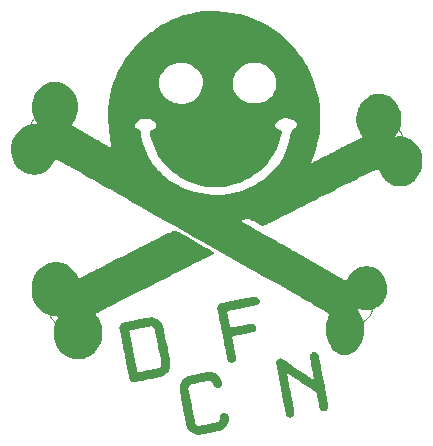
<source format=gbr>
%TF.GenerationSoftware,KiCad,Pcbnew,(6.0.5)*%
%TF.CreationDate,2022-07-12T12:17:59-06:00*%
%TF.ProjectId,jack,6a61636b-2e6b-4696-9361-645f70636258,rev?*%
%TF.SameCoordinates,PX7dfd6b0PY631d890*%
%TF.FileFunction,Legend,Top*%
%TF.FilePolarity,Positive*%
%FSLAX46Y46*%
G04 Gerber Fmt 4.6, Leading zero omitted, Abs format (unit mm)*
G04 Created by KiCad (PCBNEW (6.0.5)) date 2022-07-12 12:17:59*
%MOMM*%
%LPD*%
G01*
G04 APERTURE LIST*
%ADD10C,0.120000*%
G04 APERTURE END LIST*
D10*
%TO.C,D4*%
X26560251Y11461883D02*
G75*
G03*
X27754623Y13167339I-287383J1472213D01*
G01*
X25985254Y14406264D02*
G75*
G03*
X24791150Y12700621I287614J-1472168D01*
G01*
%TO.C,D2*%
X27391712Y27195828D02*
G75*
G03*
X28432899Y25392766I1455788J-361498D01*
G01*
X30303230Y26472603D02*
G75*
G03*
X29262327Y28275828I-1455730J361727D01*
G01*
%TO.C,D3*%
X347902Y13036065D02*
G75*
G03*
X1389089Y11233003I1455788J-361498D01*
G01*
X3259420Y12312840D02*
G75*
G03*
X2218517Y14116065I-1455730J361727D01*
G01*
%TO.C,D1*%
X607101Y26352766D02*
G75*
G03*
X1648288Y28155828I-414601J1441564D01*
G01*
X-222327Y29235829D02*
G75*
G03*
X-1263231Y27432603I414827J-1441499D01*
G01*
%TO.C,G\u002A\u002A\u002A*%
G36*
X11045361Y19279788D02*
G01*
X11142514Y19257548D01*
X11180641Y19241176D01*
X11251358Y19205867D01*
X11350551Y19153852D01*
X11474109Y19087363D01*
X11617920Y19008631D01*
X11777872Y18919888D01*
X11949853Y18823367D01*
X12115063Y18729674D01*
X12325625Y18609761D01*
X12553800Y18479982D01*
X12790890Y18345275D01*
X13028197Y18210575D01*
X13257023Y18080820D01*
X13468670Y17960946D01*
X13654439Y17855889D01*
X13696587Y17832085D01*
X13854304Y17742648D01*
X13999908Y17659324D01*
X14129379Y17584471D01*
X14238698Y17520447D01*
X14323844Y17469610D01*
X14380798Y17434318D01*
X14405538Y17416928D01*
X14406262Y17415867D01*
X14387799Y17405538D01*
X14333386Y17377094D01*
X14244911Y17331489D01*
X14124258Y17269676D01*
X13973316Y17192607D01*
X13793969Y17101236D01*
X13588104Y16996516D01*
X13357607Y16879401D01*
X13104364Y16750843D01*
X12830262Y16611795D01*
X12537187Y16463212D01*
X12227026Y16306045D01*
X11901663Y16141248D01*
X11562986Y15969774D01*
X11212881Y15792577D01*
X10853233Y15610609D01*
X10485930Y15424824D01*
X10112858Y15236175D01*
X9735902Y15045615D01*
X9356949Y14854097D01*
X8977885Y14662574D01*
X8600597Y14472000D01*
X8226970Y14283327D01*
X7858891Y14097509D01*
X7498246Y13915499D01*
X7146921Y13738251D01*
X6806803Y13566716D01*
X6479778Y13401849D01*
X6167731Y13244603D01*
X5872550Y13095930D01*
X5596120Y12956784D01*
X5340328Y12828118D01*
X5107059Y12710886D01*
X4898201Y12606039D01*
X4715639Y12514533D01*
X4561260Y12437319D01*
X4436949Y12375351D01*
X4344594Y12329581D01*
X4286079Y12300965D01*
X4263770Y12290610D01*
X4267982Y12272074D01*
X4293723Y12226997D01*
X4336642Y12162387D01*
X4385836Y12094034D01*
X4526677Y11882340D01*
X4649027Y11654256D01*
X4746051Y11423573D01*
X4794994Y11268840D01*
X4815551Y11188926D01*
X4830486Y11119241D01*
X4840683Y11050382D01*
X4847028Y10972948D01*
X4850408Y10877535D01*
X4851706Y10754741D01*
X4851855Y10665087D01*
X4851361Y10521354D01*
X4849298Y10410642D01*
X4844796Y10323607D01*
X4836986Y10250909D01*
X4824996Y10183205D01*
X4807956Y10111152D01*
X4796054Y10066051D01*
X4700967Y9783876D01*
X4573961Y9519085D01*
X4418229Y9274988D01*
X4236965Y9054900D01*
X4033362Y8862133D01*
X3810614Y8700000D01*
X3571915Y8571815D01*
X3320457Y8480889D01*
X3250996Y8463205D01*
X3137037Y8441332D01*
X3008135Y8423835D01*
X2877693Y8411884D01*
X2759116Y8406649D01*
X2665809Y8409301D01*
X2651451Y8410869D01*
X2389877Y8454582D01*
X2158919Y8516000D01*
X1949166Y8598936D01*
X1751208Y8707202D01*
X1555633Y8844613D01*
X1528562Y8865873D01*
X1348105Y9033298D01*
X1182024Y9234800D01*
X1034328Y9463375D01*
X909030Y9712017D01*
X810138Y9973723D01*
X742041Y10239546D01*
X723771Y10372388D01*
X713650Y10531113D01*
X711631Y10701159D01*
X717667Y10867967D01*
X731712Y11016979D01*
X744793Y11095855D01*
X813342Y11353680D01*
X911426Y11615823D01*
X1011422Y11825450D01*
X1054315Y11906998D01*
X1088630Y11973462D01*
X1110226Y12016746D01*
X1115588Y12029137D01*
X1095768Y12032771D01*
X1041705Y12037434D01*
X961492Y12042543D01*
X863226Y12047515D01*
X856080Y12047834D01*
X593689Y12073321D01*
X355336Y12127321D01*
X131089Y12213018D01*
X-88979Y12333600D01*
X-142504Y12368236D01*
X-373827Y12547111D01*
X-581312Y12758475D01*
X-761463Y12997649D01*
X-910781Y13259955D01*
X-1025769Y13540713D01*
X-1031077Y13556747D01*
X-1098288Y13814270D01*
X-1138657Y14087195D01*
X-1152178Y14365879D01*
X-1138844Y14640676D01*
X-1098648Y14901939D01*
X-1032164Y15138413D01*
X-906012Y15435495D01*
X-751902Y15704411D01*
X-571568Y15943473D01*
X-366742Y16150992D01*
X-139157Y16325281D01*
X109454Y16464650D01*
X377358Y16567412D01*
X457807Y16589969D01*
X542280Y16610679D01*
X614331Y16624642D01*
X685316Y16632784D01*
X766593Y16636034D01*
X869518Y16635319D01*
X977890Y16632428D01*
X1158886Y16623317D01*
X1310241Y16606355D01*
X1444391Y16578634D01*
X1573775Y16537243D01*
X1710830Y16479274D01*
X1785228Y16443604D01*
X2007427Y16314189D01*
X2210874Y16153540D01*
X2398238Y15958958D01*
X2572189Y15727744D01*
X2703073Y15515312D01*
X2753838Y15427505D01*
X2797570Y15354933D01*
X2829918Y15304597D01*
X2846532Y15283504D01*
X2847227Y15283269D01*
X2867425Y15292619D01*
X2923196Y15319912D01*
X3012283Y15364013D01*
X3132429Y15423788D01*
X3281376Y15498101D01*
X3456867Y15585818D01*
X3656645Y15685805D01*
X3878452Y15796926D01*
X4120032Y15918047D01*
X4379127Y16048032D01*
X4653479Y16185748D01*
X4940832Y16330059D01*
X5238928Y16479830D01*
X5545510Y16633928D01*
X5858321Y16791216D01*
X6175104Y16950560D01*
X6493600Y17110826D01*
X6811554Y17270879D01*
X7126707Y17429583D01*
X7436803Y17585804D01*
X7739583Y17738408D01*
X8032792Y17886259D01*
X8314171Y18028223D01*
X8581464Y18163166D01*
X8832412Y18289951D01*
X9064760Y18407444D01*
X9276249Y18514512D01*
X9457834Y18606573D01*
X9671716Y18714751D01*
X9876963Y18817883D01*
X10070040Y18914234D01*
X10247412Y19002074D01*
X10405546Y19079670D01*
X10540905Y19145290D01*
X10649957Y19197201D01*
X10729165Y19233671D01*
X10774996Y19252967D01*
X10780403Y19254782D01*
X10917885Y19283063D01*
X11045361Y19279788D01*
G37*
G36*
X22888846Y9015215D02*
G01*
X22999989Y8963208D01*
X23089586Y8883176D01*
X23135140Y8811731D01*
X23145965Y8776657D01*
X23163642Y8704227D01*
X23187271Y8598736D01*
X23215952Y8464482D01*
X23248786Y8305762D01*
X23284874Y8126872D01*
X23323316Y7932110D01*
X23363213Y7725773D01*
X23371302Y7683420D01*
X23454130Y7248799D01*
X23529358Y6853834D01*
X23597318Y6496563D01*
X23658341Y6175021D01*
X23712759Y5887246D01*
X23760905Y5631275D01*
X23803109Y5405144D01*
X23839703Y5206889D01*
X23871020Y5034549D01*
X23897391Y4886159D01*
X23919147Y4759756D01*
X23936621Y4653378D01*
X23950144Y4565060D01*
X23960048Y4492840D01*
X23966665Y4434754D01*
X23970327Y4388840D01*
X23971365Y4353134D01*
X23970111Y4325672D01*
X23966897Y4304492D01*
X23962054Y4287630D01*
X23955915Y4273123D01*
X23949697Y4260734D01*
X23899767Y4188246D01*
X23830874Y4117329D01*
X23760712Y4066059D01*
X23757382Y4064280D01*
X23662629Y4036566D01*
X23555074Y4038896D01*
X23448065Y4067979D01*
X23354955Y4120525D01*
X23299545Y4177104D01*
X23282999Y4202055D01*
X23268240Y4229956D01*
X23254143Y4265433D01*
X23239585Y4313110D01*
X23223441Y4377615D01*
X23204587Y4463572D01*
X23181898Y4575608D01*
X23154250Y4718347D01*
X23120520Y4896417D01*
X23106188Y4972630D01*
X23077275Y5124014D01*
X23049813Y5263033D01*
X23025029Y5383843D01*
X23004150Y5480601D01*
X22988402Y5547465D01*
X22979013Y5578592D01*
X22978914Y5578780D01*
X22956726Y5599750D01*
X22903618Y5640924D01*
X22824017Y5699140D01*
X22722348Y5771240D01*
X22603038Y5854065D01*
X22470514Y5944455D01*
X22401340Y5991056D01*
X22244988Y6096205D01*
X22062950Y6219045D01*
X21864478Y6353305D01*
X21658828Y6492715D01*
X21455254Y6631004D01*
X21263011Y6761900D01*
X21166547Y6827728D01*
X21016223Y6930185D01*
X20877167Y7024536D01*
X20753178Y7108236D01*
X20648055Y7178738D01*
X20565596Y7233498D01*
X20509601Y7269969D01*
X20483869Y7285607D01*
X20482630Y7285989D01*
X20485446Y7264757D01*
X20495759Y7204585D01*
X20513067Y7108137D01*
X20536870Y6978080D01*
X20566666Y6817079D01*
X20601955Y6627800D01*
X20642236Y6412910D01*
X20687007Y6175073D01*
X20735768Y5916955D01*
X20788019Y5641224D01*
X20843257Y5350543D01*
X20900982Y5047580D01*
X20960694Y4735000D01*
X21021891Y4415469D01*
X21027938Y4383936D01*
X21059716Y4215939D01*
X21083279Y4083547D01*
X21099023Y3980882D01*
X21107345Y3902066D01*
X21108640Y3841219D01*
X21103302Y3792462D01*
X21091728Y3749917D01*
X21074314Y3707704D01*
X21073547Y3706038D01*
X21006727Y3603794D01*
X20918280Y3530657D01*
X20815889Y3489632D01*
X20707241Y3483724D01*
X20600020Y3515940D01*
X20594570Y3518744D01*
X20507388Y3576990D01*
X20436411Y3647593D01*
X20395897Y3713823D01*
X20386420Y3748811D01*
X20370578Y3819511D01*
X20349588Y3919950D01*
X20324671Y4044155D01*
X20297044Y4186154D01*
X20267926Y4339973D01*
X20265653Y4352160D01*
X20243202Y4472198D01*
X20213780Y4628800D01*
X20178345Y4816908D01*
X20137853Y5031465D01*
X20093259Y5267414D01*
X20045520Y5519698D01*
X19995591Y5783258D01*
X19944430Y6053039D01*
X19892992Y6323983D01*
X19862113Y6486488D01*
X19814296Y6739194D01*
X19768884Y6981457D01*
X19726502Y7209803D01*
X19687774Y7420760D01*
X19653325Y7610854D01*
X19623780Y7776611D01*
X19599764Y7914559D01*
X19581901Y8021223D01*
X19570816Y8093131D01*
X19567131Y8126411D01*
X19586796Y8239286D01*
X19641443Y8337521D01*
X19724547Y8414986D01*
X19829586Y8465552D01*
X19946746Y8483102D01*
X19979008Y8482333D01*
X20009468Y8478345D01*
X20042632Y8468616D01*
X20083004Y8450628D01*
X20135092Y8421858D01*
X20203399Y8379787D01*
X20292432Y8321893D01*
X20406697Y8245655D01*
X20550699Y8148554D01*
X20579392Y8129161D01*
X20900605Y7912039D01*
X21188545Y7717456D01*
X21445038Y7544218D01*
X21671909Y7391133D01*
X21870985Y7257008D01*
X22044091Y7140651D01*
X22193053Y7040869D01*
X22319698Y6956469D01*
X22425849Y6886258D01*
X22513335Y6829045D01*
X22583980Y6783635D01*
X22639611Y6748838D01*
X22682052Y6723459D01*
X22713131Y6706306D01*
X22734673Y6696186D01*
X22748503Y6691908D01*
X22756448Y6692277D01*
X22760333Y6696102D01*
X22761985Y6702190D01*
X22762169Y6703326D01*
X22759750Y6732658D01*
X22750084Y6799127D01*
X22733945Y6898267D01*
X22712109Y7025614D01*
X22685351Y7176701D01*
X22654446Y7347063D01*
X22620169Y7532236D01*
X22595789Y7661902D01*
X22550264Y7904074D01*
X22512712Y8108466D01*
X22482808Y8278847D01*
X22460223Y8418984D01*
X22444629Y8532645D01*
X22435700Y8623598D01*
X22433107Y8695611D01*
X22436524Y8752452D01*
X22445622Y8797887D01*
X22460075Y8835687D01*
X22479553Y8869617D01*
X22489540Y8884162D01*
X22551615Y8945692D01*
X22635501Y8996932D01*
X22723205Y9028173D01*
X22765963Y9033311D01*
X22888846Y9015215D01*
G37*
G36*
X5343539Y28998531D02*
G01*
X5362289Y29587133D01*
X5413475Y30159522D01*
X5497092Y30711867D01*
X5598438Y31182101D01*
X5760117Y31746516D01*
X5784051Y31811878D01*
X9639601Y31811878D01*
X9659230Y31561342D01*
X9721210Y31311995D01*
X9825541Y31063826D01*
X9835519Y31044403D01*
X9978053Y30810174D01*
X10145222Y30609537D01*
X10339781Y30439802D01*
X10564488Y30298277D01*
X10637940Y30261040D01*
X10907043Y30151334D01*
X11174377Y30083322D01*
X11443367Y30056649D01*
X11717437Y30070959D01*
X11983144Y30121562D01*
X12258381Y30209289D01*
X12502620Y30325075D01*
X12715315Y30468638D01*
X12806071Y30547357D01*
X12986283Y30738420D01*
X13128286Y30938680D01*
X13236180Y31155112D01*
X13314066Y31394693D01*
X13321195Y31423670D01*
X13351384Y31599677D01*
X13355731Y31666029D01*
X15869223Y31666029D01*
X15872226Y31629661D01*
X15923869Y31375216D01*
X16014349Y31132140D01*
X16140765Y30904520D01*
X16300217Y30696441D01*
X16489802Y30511991D01*
X16706622Y30355254D01*
X16824308Y30288570D01*
X17010823Y30204254D01*
X17208482Y30136585D01*
X17397127Y30092454D01*
X17399122Y30092118D01*
X17536174Y30077302D01*
X17697673Y30072634D01*
X17867032Y30077715D01*
X18027663Y30092145D01*
X18137464Y30109889D01*
X18414317Y30186708D01*
X18667631Y30297143D01*
X18895450Y30439473D01*
X19095817Y30611976D01*
X19266774Y30812932D01*
X19406366Y31040618D01*
X19512636Y31293312D01*
X19524682Y31330392D01*
X19559462Y31480599D01*
X19580003Y31654889D01*
X19585594Y31837194D01*
X19575523Y32011444D01*
X19559498Y32116484D01*
X19486605Y32373064D01*
X19376987Y32611118D01*
X19233148Y32828129D01*
X19057588Y33021582D01*
X18852812Y33188962D01*
X18621320Y33327754D01*
X18365615Y33435442D01*
X18198136Y33484953D01*
X18041949Y33513711D01*
X17862729Y33529705D01*
X17674509Y33532943D01*
X17491319Y33523430D01*
X17327190Y33501173D01*
X17253835Y33484512D01*
X16989872Y33393870D01*
X16746065Y33271208D01*
X16525745Y33119568D01*
X16332243Y32941994D01*
X16168889Y32741530D01*
X16039014Y32521219D01*
X15948158Y32291385D01*
X15920047Y32179126D01*
X15896513Y32046655D01*
X15879142Y31907778D01*
X15869517Y31776301D01*
X15869223Y31666029D01*
X13355731Y31666029D01*
X13363854Y31789997D01*
X13358457Y31978236D01*
X13335048Y32147997D01*
X13327942Y32179312D01*
X13247312Y32422783D01*
X13132076Y32646570D01*
X12985976Y32849003D01*
X12812753Y33028410D01*
X12616152Y33183119D01*
X12399913Y33311460D01*
X12167780Y33411760D01*
X11923495Y33482349D01*
X11670801Y33521555D01*
X11413440Y33527706D01*
X11155154Y33499132D01*
X10899687Y33434161D01*
X10697821Y33353906D01*
X10442784Y33214248D01*
X10221092Y33049341D01*
X10033323Y32859803D01*
X9880054Y32646252D01*
X9761863Y32409305D01*
X9727390Y32316568D01*
X9662321Y32063616D01*
X9639601Y31811878D01*
X5784051Y31811878D01*
X5961180Y32295613D01*
X6201362Y32829008D01*
X6480400Y33346317D01*
X6798029Y33847156D01*
X7153983Y34331143D01*
X7547998Y34797893D01*
X7979810Y35247023D01*
X8449153Y35678149D01*
X8955763Y36090888D01*
X9017339Y36137868D01*
X9428036Y36435077D01*
X9831168Y36697533D01*
X10234821Y36929852D01*
X10647086Y37136651D01*
X11076049Y37322547D01*
X11131338Y37344581D01*
X11673912Y37536097D01*
X12230193Y37687842D01*
X12799142Y37799764D01*
X13379717Y37871813D01*
X13970879Y37903936D01*
X14571586Y37896081D01*
X15180800Y37848198D01*
X15797478Y37760233D01*
X16420581Y37632137D01*
X16506159Y37611515D01*
X17109136Y37443204D01*
X17688250Y37239901D01*
X18243300Y37001760D01*
X18774086Y36728935D01*
X19280409Y36421579D01*
X19762067Y36079846D01*
X20218861Y35703888D01*
X20650591Y35293860D01*
X21057056Y34849915D01*
X21438056Y34372206D01*
X21793391Y33860887D01*
X22122861Y33316112D01*
X22133040Y33298011D01*
X22424835Y32736912D01*
X22675688Y32167041D01*
X22885435Y31589234D01*
X23053914Y31004330D01*
X23180961Y30413167D01*
X23266414Y29816582D01*
X23310109Y29215413D01*
X23311883Y28610499D01*
X23271574Y28002677D01*
X23230091Y27657991D01*
X23147273Y27167073D01*
X23034872Y26660327D01*
X22895881Y26149013D01*
X22733292Y25644395D01*
X22597073Y25275589D01*
X22562497Y25185107D01*
X22535441Y25110269D01*
X22518699Y25059092D01*
X22514900Y25039687D01*
X22534108Y25048286D01*
X22588259Y25074538D01*
X22674475Y25116996D01*
X22789880Y25174212D01*
X22931595Y25244742D01*
X23096746Y25327137D01*
X23282453Y25419952D01*
X23485840Y25521740D01*
X23704031Y25631055D01*
X23934147Y25746449D01*
X24173311Y25866477D01*
X24418648Y25989692D01*
X24667279Y26114646D01*
X24916327Y26239895D01*
X25162916Y26363990D01*
X25404167Y26485486D01*
X25637205Y26602936D01*
X25859152Y26714894D01*
X26067131Y26819912D01*
X26258264Y26916545D01*
X26429675Y27003346D01*
X26578487Y27078867D01*
X26701822Y27141664D01*
X26796803Y27190288D01*
X26860554Y27223294D01*
X26890197Y27239235D01*
X26891946Y27240389D01*
X26884215Y27260113D01*
X26856587Y27306398D01*
X26813918Y27371415D01*
X26781659Y27418239D01*
X26616359Y27689853D01*
X26490382Y27975062D01*
X26404126Y28270729D01*
X26357990Y28573722D01*
X26352370Y28880903D01*
X26387664Y29189139D01*
X26464271Y29495294D01*
X26503756Y29608995D01*
X26619918Y29865669D01*
X26765507Y30098729D01*
X26937083Y30306103D01*
X27131203Y30485723D01*
X27344426Y30635516D01*
X27573310Y30753412D01*
X27814413Y30837341D01*
X28064295Y30885232D01*
X28319513Y30895015D01*
X28576626Y30864620D01*
X28587248Y30862467D01*
X28855664Y30786507D01*
X29103399Y30674095D01*
X29329373Y30526342D01*
X29532507Y30344358D01*
X29711722Y30129253D01*
X29865939Y29882137D01*
X29994077Y29604121D01*
X30089208Y29317681D01*
X30111636Y29233210D01*
X30127523Y29160621D01*
X30137965Y29089366D01*
X30144061Y29008897D01*
X30146906Y28908665D01*
X30147600Y28778121D01*
X30147587Y28756497D01*
X30146526Y28614158D01*
X30143074Y28504194D01*
X30136337Y28416639D01*
X30125425Y28341526D01*
X30109444Y28268889D01*
X30101071Y28236963D01*
X30005897Y27950814D01*
X29880663Y27676725D01*
X29731089Y27426936D01*
X29705375Y27390176D01*
X29665536Y27332486D01*
X29638116Y27289000D01*
X29629683Y27271210D01*
X29648138Y27266851D01*
X29694667Y27271190D01*
X29719716Y27275516D01*
X29833245Y27289550D01*
X29973356Y27295090D01*
X30125221Y27292597D01*
X30274010Y27282535D01*
X30404897Y27265366D01*
X30467227Y27252215D01*
X30674322Y27183217D01*
X30886067Y27083213D01*
X31088345Y26959183D01*
X31150119Y26914542D01*
X31349664Y26740960D01*
X31520526Y26541713D01*
X31664028Y26314549D01*
X31781490Y26057217D01*
X31874234Y25767464D01*
X31909461Y25620359D01*
X31929169Y25497660D01*
X31942293Y25349411D01*
X31948805Y25187139D01*
X31948679Y25022369D01*
X31941887Y24866629D01*
X31928403Y24731446D01*
X31911759Y24641711D01*
X31817150Y24349744D01*
X31684487Y24076398D01*
X31513782Y23821699D01*
X31318515Y23599172D01*
X31113477Y23413783D01*
X30903628Y23268816D01*
X30684399Y23162327D01*
X30451221Y23092373D01*
X30199526Y23057006D01*
X30032185Y23051596D01*
X29834265Y23059510D01*
X29662252Y23083679D01*
X29501714Y23127410D01*
X29338218Y23194009D01*
X29273496Y23225405D01*
X29130873Y23303693D01*
X29002579Y23389662D01*
X28884317Y23488061D01*
X28771791Y23603642D01*
X28660703Y23741153D01*
X28546757Y23905347D01*
X28425655Y24100973D01*
X28327540Y24271191D01*
X28163278Y24562949D01*
X26518540Y23733596D01*
X26308797Y23627878D01*
X26064744Y23504946D01*
X25789940Y23366588D01*
X25487943Y23214594D01*
X25162312Y23050754D01*
X24816605Y22876856D01*
X24454380Y22694690D01*
X24079196Y22506045D01*
X23694611Y22312711D01*
X23304183Y22116476D01*
X22911471Y21919131D01*
X22520032Y21722463D01*
X22133426Y21528264D01*
X21755210Y21338321D01*
X21688833Y21304991D01*
X21281430Y21100446D01*
X20910146Y20914101D01*
X20573250Y20745118D01*
X20269012Y20592657D01*
X19995699Y20455880D01*
X19751583Y20333946D01*
X19534931Y20226018D01*
X19344012Y20131256D01*
X19177097Y20048822D01*
X19032454Y19977875D01*
X18908353Y19917577D01*
X18803062Y19867090D01*
X18714851Y19825573D01*
X18641988Y19792188D01*
X18582744Y19766096D01*
X18535387Y19746458D01*
X18498186Y19732435D01*
X18469411Y19723188D01*
X18447330Y19717877D01*
X18430214Y19715664D01*
X18416330Y19715710D01*
X18411299Y19716172D01*
X18368552Y19726366D01*
X18306807Y19750332D01*
X18222591Y19789780D01*
X18112434Y19846421D01*
X17972862Y19921965D01*
X17814868Y20009983D01*
X17664945Y20094138D01*
X17546755Y20159733D01*
X17455153Y20209075D01*
X17384998Y20244469D01*
X17331148Y20268222D01*
X17288459Y20282641D01*
X17251790Y20290032D01*
X17215997Y20292702D01*
X17183895Y20292987D01*
X17126172Y20287840D01*
X17046037Y20274169D01*
X16952203Y20254241D01*
X16853383Y20230326D01*
X16758293Y20204690D01*
X16675647Y20179604D01*
X16614157Y20157334D01*
X16582539Y20140150D01*
X16580142Y20135826D01*
X16598322Y20124370D01*
X16651806Y20092979D01*
X16739006Y20042556D01*
X16858334Y19974002D01*
X17008203Y19888221D01*
X17187025Y19786113D01*
X17393213Y19668583D01*
X17625180Y19536531D01*
X17881338Y19390860D01*
X18160100Y19232473D01*
X18459878Y19062272D01*
X18779085Y18881159D01*
X19116133Y18690036D01*
X19469435Y18489806D01*
X19837404Y18281371D01*
X20218452Y18065633D01*
X20610992Y17843495D01*
X21013436Y17615859D01*
X21043949Y17598604D01*
X25507756Y15074395D01*
X25606113Y15260606D01*
X25743540Y15495918D01*
X25888960Y15693844D01*
X26047151Y15859242D01*
X26222887Y15996974D01*
X26420946Y16111898D01*
X26462627Y16132089D01*
X26612381Y16196627D01*
X26751144Y16241754D01*
X26894507Y16271235D01*
X27058061Y16288831D01*
X27130410Y16293271D01*
X27358604Y16293477D01*
X27564525Y16267335D01*
X27760793Y16212530D01*
X27912546Y16149684D01*
X28146226Y16017881D01*
X28354183Y15855410D01*
X28534989Y15666314D01*
X28687215Y15454634D01*
X28809435Y15224414D01*
X28900219Y14979695D01*
X28958140Y14724520D01*
X28981771Y14462932D01*
X28969684Y14198973D01*
X28920450Y13936686D01*
X28832642Y13680113D01*
X28805929Y13620388D01*
X28666313Y13367162D01*
X28500477Y13145718D01*
X28310193Y12957315D01*
X28097233Y12803211D01*
X27863369Y12684665D01*
X27610371Y12602935D01*
X27340012Y12559280D01*
X27308642Y12556810D01*
X27075067Y12559147D01*
X26831407Y12599013D01*
X26632155Y12656395D01*
X26454365Y12716492D01*
X26528792Y12585827D01*
X26614327Y12428977D01*
X26697344Y12264427D01*
X26773496Y12101691D01*
X26838435Y11950282D01*
X26887811Y11819714D01*
X26907767Y11756711D01*
X26979812Y11439674D01*
X27017729Y11119870D01*
X27021515Y10803908D01*
X26991170Y10498395D01*
X26926690Y10209941D01*
X26908241Y10150399D01*
X26803775Y9879862D01*
X26675478Y9631744D01*
X26526142Y9409269D01*
X26358561Y9215665D01*
X26175525Y9054155D01*
X25979827Y8927966D01*
X25774259Y8840323D01*
X25774137Y8840284D01*
X25645842Y8810143D01*
X25495531Y8792024D01*
X25339177Y8786570D01*
X25192758Y8794424D01*
X25085905Y8812577D01*
X24878395Y8886209D01*
X24680681Y8998276D01*
X24495268Y9145475D01*
X24324663Y9324504D01*
X24171372Y9532061D01*
X24037902Y9764844D01*
X23926757Y10019551D01*
X23840446Y10292879D01*
X23791844Y10517625D01*
X23768073Y10721386D01*
X23761397Y10948461D01*
X23771131Y11183707D01*
X23796591Y11411981D01*
X23837090Y11618141D01*
X23842632Y11639566D01*
X23874389Y11752295D01*
X23909277Y11865551D01*
X23942467Y11964140D01*
X23963163Y12018884D01*
X24002497Y12127297D01*
X24018281Y12208227D01*
X24010720Y12269276D01*
X23980017Y12318042D01*
X23971441Y12326684D01*
X23943009Y12346662D01*
X23881429Y12384970D01*
X23790581Y12439349D01*
X23674344Y12507538D01*
X23536600Y12587275D01*
X23381228Y12676301D01*
X23212109Y12772356D01*
X23041359Y12868555D01*
X22865028Y12967612D01*
X22653256Y13086754D01*
X22407464Y13225180D01*
X22129073Y13382085D01*
X21819502Y13556668D01*
X21480173Y13748124D01*
X21112506Y13955652D01*
X20717922Y14178448D01*
X20297841Y14415709D01*
X19853684Y14666632D01*
X19386871Y14930414D01*
X18898823Y15206253D01*
X18390961Y15493345D01*
X17864705Y15790888D01*
X17321476Y16098078D01*
X16762694Y16414112D01*
X16189780Y16738188D01*
X15604154Y17069502D01*
X15007238Y17407252D01*
X14400451Y17750635D01*
X13785214Y18098847D01*
X13162948Y18451087D01*
X12535073Y18806549D01*
X12004328Y19107062D01*
X11153990Y19588535D01*
X10340162Y20049283D01*
X9562509Y20489498D01*
X8820694Y20909367D01*
X8114382Y21309082D01*
X7443235Y21688832D01*
X6806918Y22048807D01*
X6205095Y22389196D01*
X5637429Y22710190D01*
X5103584Y23011977D01*
X4603224Y23294749D01*
X4136013Y23558695D01*
X3701614Y23804004D01*
X3299691Y24030866D01*
X2929909Y24239471D01*
X2591930Y24430009D01*
X2285418Y24602670D01*
X2010038Y24757644D01*
X1765453Y24895119D01*
X1551327Y25015287D01*
X1367323Y25118336D01*
X1213106Y25204457D01*
X1088339Y25273840D01*
X992686Y25326674D01*
X925811Y25363148D01*
X887377Y25383454D01*
X876947Y25388190D01*
X861147Y25370596D01*
X832416Y25323824D01*
X796159Y25256889D01*
X784814Y25234603D01*
X660991Y25011455D01*
X525350Y24815690D01*
X367465Y24632345D01*
X359107Y24623557D01*
X178369Y24450939D01*
X-1909Y24314633D01*
X-190279Y24209550D01*
X-395292Y24130600D01*
X-532356Y24093057D01*
X-617570Y24074496D01*
X-695223Y24062699D01*
X-777604Y24056811D01*
X-877007Y24055978D01*
X-1005719Y24059346D01*
X-1013436Y24059620D01*
X-1185258Y24068978D01*
X-1327034Y24085137D01*
X-1450878Y24110717D01*
X-1568906Y24148341D01*
X-1693235Y24200631D01*
X-1717691Y24212026D01*
X-1959353Y24349283D01*
X-2179390Y24522487D01*
X-2376010Y24730145D01*
X-2442817Y24815888D01*
X-2611681Y25076576D01*
X-2739775Y25347358D01*
X-2827886Y25630628D01*
X-2876800Y25928782D01*
X-2888249Y26172010D01*
X-2868780Y26488417D01*
X-2810459Y26788070D01*
X-2713418Y27070651D01*
X-2577787Y27335846D01*
X-2403697Y27583335D01*
X-2223967Y27781136D01*
X-2031813Y27952877D01*
X-1838387Y28087705D01*
X-1636969Y28188302D01*
X-1420839Y28257354D01*
X-1183276Y28297544D01*
X-917560Y28311556D01*
X-895549Y28311626D01*
X-776427Y28311491D01*
X-695872Y28314019D01*
X-650120Y28323609D01*
X-635405Y28344660D01*
X-647961Y28381571D01*
X-684024Y28438742D01*
X-729621Y28505485D01*
X-837512Y28686796D01*
X-934675Y28893313D01*
X-1013471Y29107983D01*
X-1039394Y29197007D01*
X-1060736Y29281930D01*
X-1075838Y29357641D01*
X-1085780Y29434856D01*
X-1091644Y29524294D01*
X-1094510Y29636670D01*
X-1095377Y29752160D01*
X-1094891Y29895833D01*
X-1091760Y30007605D01*
X-1085103Y30097909D01*
X-1074041Y30177175D01*
X-1057691Y30255836D01*
X-1050304Y30286161D01*
X-956290Y30586520D01*
X-831827Y30861710D01*
X-678463Y31109713D01*
X-497745Y31328511D01*
X-291222Y31516085D01*
X-60440Y31670417D01*
X58252Y31731979D01*
X232712Y31805729D01*
X399980Y31855758D01*
X574528Y31885175D01*
X770829Y31897091D01*
X829599Y31897711D01*
X1024750Y31891581D01*
X1194817Y31870032D01*
X1355384Y31829525D01*
X1522037Y31766520D01*
X1634604Y31714919D01*
X1871574Y31577498D01*
X2084532Y31405642D01*
X2272743Y31200317D01*
X2435475Y30962488D01*
X2571993Y30693121D01*
X2681563Y30393181D01*
X2707558Y30302952D01*
X2726486Y30227778D01*
X2739937Y30157072D01*
X2748811Y30080990D01*
X2754011Y29989685D01*
X2756435Y29873312D01*
X2756975Y29762752D01*
X2756381Y29621320D01*
X2753657Y29512413D01*
X2747920Y29426207D01*
X2738288Y29352877D01*
X2723880Y29282599D01*
X2708479Y29222552D01*
X2654046Y29057283D01*
X2577871Y28875121D01*
X2486797Y28690446D01*
X2387669Y28517636D01*
X2333617Y28434922D01*
X2278489Y28352442D01*
X2246331Y28296986D01*
X2234160Y28262090D01*
X2238990Y28241290D01*
X2242490Y28237548D01*
X2264090Y28224112D01*
X2319231Y28191814D01*
X2404754Y28142441D01*
X2517499Y28077779D01*
X2654308Y27999617D01*
X2812020Y27909740D01*
X2987476Y27809935D01*
X3177519Y27701991D01*
X3378987Y27587692D01*
X3588722Y27468828D01*
X3803565Y27347183D01*
X4020357Y27224546D01*
X4235938Y27102703D01*
X4447148Y26983442D01*
X4650830Y26868548D01*
X4843823Y26759810D01*
X5022968Y26659013D01*
X5185106Y26567946D01*
X5327078Y26488394D01*
X5445724Y26422146D01*
X5537886Y26370987D01*
X5600404Y26336704D01*
X5630118Y26321085D01*
X5632119Y26320300D01*
X5632141Y26339642D01*
X5624532Y26392222D01*
X5610631Y26469869D01*
X5592985Y26558623D01*
X5481947Y27173763D01*
X5403363Y27788016D01*
X5368890Y28243478D01*
X7591445Y28243478D01*
X7598405Y28193272D01*
X7632373Y28117097D01*
X7696536Y28034930D01*
X7781655Y27956267D01*
X7878489Y27890607D01*
X7907947Y27875107D01*
X7979082Y27838203D01*
X8031442Y27802603D01*
X8069212Y27760626D01*
X8096576Y27704592D01*
X8117717Y27626822D01*
X8136820Y27519634D01*
X8150123Y27430567D01*
X8239995Y26947353D01*
X8366820Y26484667D01*
X8530994Y26041617D01*
X8732915Y25617314D01*
X8972977Y25210867D01*
X9251578Y24821384D01*
X9384645Y24657331D01*
X9496846Y24529866D01*
X9630716Y24387324D01*
X9778213Y24237531D01*
X9931295Y24088314D01*
X10081919Y23947499D01*
X10222043Y23822915D01*
X10343625Y23722388D01*
X10351951Y23715898D01*
X10770388Y23417659D01*
X11210327Y23155361D01*
X11672060Y22928903D01*
X12155879Y22738182D01*
X12662077Y22583095D01*
X13190945Y22463540D01*
X13742775Y22379415D01*
X14302827Y22331428D01*
X14385428Y22326869D01*
X14461808Y22322586D01*
X14498802Y22320469D01*
X14540656Y22321358D01*
X14616976Y22326184D01*
X14720105Y22334336D01*
X14842385Y22345201D01*
X14976160Y22358167D01*
X14996633Y22360245D01*
X15451497Y22416192D01*
X15873255Y22488533D01*
X16268567Y22579037D01*
X16644093Y22689472D01*
X17006491Y22821609D01*
X17362422Y22977217D01*
X17416922Y23003300D01*
X17785264Y23194385D01*
X18125408Y23398813D01*
X18445771Y23622707D01*
X18754769Y23872188D01*
X19060816Y24153382D01*
X19228888Y24321668D01*
X19558810Y24688389D01*
X19849363Y25069757D01*
X20101378Y25467435D01*
X20315687Y25883086D01*
X20493124Y26318373D01*
X20634519Y26774959D01*
X20740705Y27254508D01*
X20763499Y27388465D01*
X20793543Y27546354D01*
X20830028Y27670283D01*
X20877602Y27768623D01*
X20940916Y27849743D01*
X21024618Y27922015D01*
X21081810Y27961534D01*
X21176327Y28027983D01*
X21238844Y28086819D01*
X21276145Y28147481D01*
X21295013Y28219414D01*
X21299835Y28264994D01*
X21302640Y28338647D01*
X21294073Y28389850D01*
X21268494Y28438132D01*
X21237606Y28480440D01*
X21154633Y28562902D01*
X21037990Y28641301D01*
X20896369Y28710890D01*
X20738463Y28766923D01*
X20687368Y28780849D01*
X20469363Y28814646D01*
X20245789Y28809129D01*
X20023746Y28765415D01*
X19810331Y28684620D01*
X19700555Y28625594D01*
X19588714Y28545773D01*
X19514924Y28461318D01*
X19474882Y28366511D01*
X19466248Y28314241D01*
X19472906Y28207866D01*
X19515392Y28109933D01*
X19595401Y28018428D01*
X19714626Y27931337D01*
X19849519Y27858577D01*
X19934610Y27814989D01*
X19987596Y27780072D01*
X20016167Y27747956D01*
X20025757Y27723995D01*
X20029970Y27659239D01*
X20020499Y27561350D01*
X19998852Y27436746D01*
X19966535Y27291844D01*
X19925058Y27133062D01*
X19875927Y26966818D01*
X19820650Y26799530D01*
X19786118Y26703886D01*
X19596653Y26251098D01*
X19376729Y25826828D01*
X19124780Y25428606D01*
X18839240Y25053961D01*
X18518542Y24700423D01*
X18511604Y24693395D01*
X18152813Y24360227D01*
X17769606Y24061431D01*
X17363073Y23797550D01*
X16934306Y23569126D01*
X16484395Y23376700D01*
X16014432Y23220815D01*
X15525507Y23102013D01*
X15192569Y23044123D01*
X15041306Y23027082D01*
X14858389Y23014852D01*
X14654223Y23007435D01*
X14439216Y23004828D01*
X14223773Y23007033D01*
X14018302Y23014048D01*
X13833208Y23025874D01*
X13678900Y23042509D01*
X13667297Y23044180D01*
X13272717Y23113597D01*
X12905038Y23202804D01*
X12551872Y23315732D01*
X12200832Y23456311D01*
X11862333Y23616871D01*
X11522793Y23799638D01*
X11215824Y23988607D01*
X10931634Y24190674D01*
X10660430Y24412730D01*
X10429511Y24625527D01*
X10114583Y24955007D01*
X9834583Y25301287D01*
X9587588Y25667643D01*
X9371674Y26057349D01*
X9184920Y26473681D01*
X9025404Y26919914D01*
X8965323Y27119640D01*
X8915687Y27299072D01*
X8880407Y27443196D01*
X8859962Y27556737D01*
X8854828Y27644418D01*
X8865484Y27710962D01*
X8892407Y27761094D01*
X8936076Y27799537D01*
X8996968Y27831015D01*
X9038942Y27847424D01*
X9188579Y27915906D01*
X9300000Y27997984D01*
X9372030Y28092763D01*
X9378628Y28106386D01*
X9415253Y28228070D01*
X9410507Y28341688D01*
X9364156Y28448266D01*
X9277561Y28547391D01*
X9173363Y28620229D01*
X9037216Y28683469D01*
X8879026Y28734077D01*
X8708703Y28769019D01*
X8536153Y28785259D01*
X8498323Y28786025D01*
X8313649Y28775394D01*
X8141310Y28743128D01*
X7985326Y28691874D01*
X7849718Y28624282D01*
X7738505Y28542998D01*
X7655709Y28450671D01*
X7605349Y28349948D01*
X7591445Y28243478D01*
X5368890Y28243478D01*
X5357229Y28397549D01*
X5343539Y28998531D01*
G37*
G36*
X17976653Y13690028D02*
G01*
X18058201Y13625197D01*
X18137376Y13520999D01*
X18175253Y13412793D01*
X18172287Y13297262D01*
X18128933Y13171091D01*
X18122391Y13157755D01*
X18105816Y13127932D01*
X18085872Y13101214D01*
X18059447Y13076703D01*
X18023429Y13053503D01*
X17974706Y13030718D01*
X17910166Y13007449D01*
X17826697Y12982802D01*
X17721188Y12955879D01*
X17590527Y12925783D01*
X17431601Y12891618D01*
X17241299Y12852487D01*
X17016509Y12807493D01*
X16754120Y12755740D01*
X16669804Y12739193D01*
X16450724Y12696035D01*
X16243159Y12654770D01*
X16051008Y12616198D01*
X15878169Y12581121D01*
X15728543Y12550339D01*
X15606027Y12524651D01*
X15514519Y12504858D01*
X15457920Y12491761D01*
X15441020Y12486947D01*
X15405527Y12459446D01*
X15404337Y12418332D01*
X15411279Y12385942D01*
X15425348Y12317620D01*
X15445407Y12218992D01*
X15470316Y12095681D01*
X15498938Y11953311D01*
X15530134Y11797505D01*
X15539765Y11749281D01*
X15571588Y11592285D01*
X15601628Y11448670D01*
X15628704Y11323730D01*
X15651635Y11222758D01*
X15669240Y11151047D01*
X15680339Y11113890D01*
X15682370Y11110115D01*
X15707124Y11109595D01*
X15768176Y11116903D01*
X15860357Y11131176D01*
X15978499Y11151547D01*
X16117432Y11177150D01*
X16271989Y11207120D01*
X16325930Y11217900D01*
X16580065Y11268941D01*
X16796146Y11311998D01*
X16977615Y11347630D01*
X17127915Y11376399D01*
X17250489Y11398867D01*
X17348780Y11415593D01*
X17426232Y11427140D01*
X17486287Y11434067D01*
X17532388Y11436937D01*
X17567978Y11436311D01*
X17596500Y11432748D01*
X17616431Y11428192D01*
X17721533Y11380761D01*
X17801911Y11306736D01*
X17856452Y11213929D01*
X17884044Y11110153D01*
X17883573Y11003220D01*
X17853925Y10900944D01*
X17793987Y10811136D01*
X17713431Y10747545D01*
X17678838Y10735514D01*
X17606964Y10716661D01*
X17502174Y10691947D01*
X17368833Y10662333D01*
X17211309Y10628779D01*
X17033966Y10592245D01*
X16841170Y10553692D01*
X16760208Y10537824D01*
X16571182Y10500544D01*
X16394729Y10464882D01*
X16235268Y10431795D01*
X16097219Y10402240D01*
X15985001Y10377172D01*
X15903033Y10357548D01*
X15855736Y10344325D01*
X15845964Y10339998D01*
X15841365Y10322885D01*
X15842574Y10284181D01*
X15850084Y10220881D01*
X15864392Y10129975D01*
X15885991Y10008458D01*
X15915377Y9853320D01*
X15953045Y9661555D01*
X15979011Y9531726D01*
X16027716Y9286005D01*
X16067266Y9077726D01*
X16098046Y8903053D01*
X16120444Y8758148D01*
X16134845Y8639173D01*
X16141636Y8542291D01*
X16141201Y8463664D01*
X16133928Y8399455D01*
X16120203Y8345825D01*
X16102594Y8303315D01*
X16035067Y8208143D01*
X15943812Y8147929D01*
X15830336Y8123600D01*
X15809077Y8123099D01*
X15731498Y8129822D01*
X15660636Y8146656D01*
X15637439Y8156283D01*
X15537795Y8224563D01*
X15471121Y8306418D01*
X15459003Y8331608D01*
X15451759Y8359902D01*
X15436944Y8426893D01*
X15415143Y8529704D01*
X15386940Y8665456D01*
X15352919Y8831270D01*
X15313664Y9024268D01*
X15269760Y9241573D01*
X15221790Y9480304D01*
X15170339Y9737584D01*
X15115991Y10010534D01*
X15059330Y10296275D01*
X15024118Y10474428D01*
X14966146Y10768037D01*
X14910121Y11051670D01*
X14856636Y11322338D01*
X14806282Y11577051D01*
X14759651Y11812821D01*
X14717334Y12026658D01*
X14679923Y12215575D01*
X14648010Y12376580D01*
X14622186Y12506687D01*
X14603042Y12602905D01*
X14591171Y12662246D01*
X14587888Y12678409D01*
X14578977Y12803263D01*
X14601817Y12920683D01*
X14652555Y13022511D01*
X14727335Y13100590D01*
X14807014Y13142222D01*
X14837652Y13149615D01*
X14905692Y13164291D01*
X15006953Y13185421D01*
X15137252Y13212174D01*
X15292406Y13243719D01*
X15468233Y13279227D01*
X15660552Y13317867D01*
X15865180Y13358808D01*
X16077935Y13401221D01*
X16294634Y13444275D01*
X16511095Y13487139D01*
X16723137Y13528984D01*
X16926577Y13568980D01*
X17117233Y13606295D01*
X17290922Y13640099D01*
X17443463Y13669563D01*
X17570673Y13693856D01*
X17668370Y13712148D01*
X17732372Y13723607D01*
X17748987Y13726302D01*
X17871135Y13727327D01*
X17976653Y13690028D01*
G37*
G36*
X6310552Y11006462D02*
G01*
X6294658Y11094159D01*
X6286004Y11145672D01*
X6284562Y11157767D01*
X6298110Y11238608D01*
X6332902Y11328085D01*
X6380154Y11404937D01*
X6392657Y11419444D01*
X6440985Y11458302D01*
X6503980Y11494487D01*
X6513456Y11498799D01*
X6549026Y11509403D01*
X6621975Y11527136D01*
X6728082Y11551102D01*
X6863125Y11580400D01*
X7022883Y11614132D01*
X7203133Y11651401D01*
X7399654Y11691307D01*
X7608225Y11732952D01*
X7682727Y11747661D01*
X7952414Y11800470D01*
X8184234Y11845067D01*
X8381801Y11881872D01*
X8548726Y11911302D01*
X8688623Y11933776D01*
X8805107Y11949713D01*
X8901788Y11959532D01*
X8982282Y11963652D01*
X9050201Y11962490D01*
X9109158Y11956465D01*
X9162767Y11945997D01*
X9214640Y11931503D01*
X9229182Y11926834D01*
X9443860Y11836279D01*
X9630500Y11715036D01*
X9727309Y11628974D01*
X9768438Y11587790D01*
X9804773Y11549677D01*
X9837198Y11511643D01*
X9866598Y11470695D01*
X9893856Y11423839D01*
X9919856Y11368084D01*
X9945484Y11300436D01*
X9971622Y11217903D01*
X9999155Y11117492D01*
X10028967Y10996211D01*
X10061943Y10851066D01*
X10098966Y10679066D01*
X10140920Y10477217D01*
X10188690Y10242526D01*
X10243159Y9972001D01*
X10298877Y9694239D01*
X10361404Y9381986D01*
X10415872Y9108231D01*
X10462662Y8869950D01*
X10502154Y8664122D01*
X10534730Y8487723D01*
X10560769Y8337731D01*
X10580652Y8211125D01*
X10594761Y8104880D01*
X10603475Y8015976D01*
X10607176Y7941390D01*
X10606245Y7878098D01*
X10601062Y7823080D01*
X10592008Y7773311D01*
X10579463Y7725771D01*
X10563809Y7677436D01*
X10555818Y7654526D01*
X10464456Y7457672D01*
X10338470Y7280973D01*
X10182836Y7130015D01*
X10002535Y7010382D01*
X9964377Y6990913D01*
X9926190Y6973431D01*
X9883820Y6956731D01*
X9833463Y6939928D01*
X9771315Y6922141D01*
X9693570Y6902486D01*
X9596426Y6880081D01*
X9476076Y6854041D01*
X9328717Y6823486D01*
X9150544Y6787531D01*
X8937753Y6745293D01*
X8729108Y6704242D01*
X8460759Y6651930D01*
X8230672Y6607957D01*
X8035662Y6571887D01*
X7872542Y6543284D01*
X7738123Y6521713D01*
X7629220Y6506739D01*
X7542645Y6497925D01*
X7475212Y6494837D01*
X7423733Y6497039D01*
X7385021Y6504095D01*
X7355889Y6515571D01*
X7354370Y6516394D01*
X7285137Y6565943D01*
X7219132Y6631870D01*
X7169566Y6699851D01*
X7153785Y6733869D01*
X7145885Y6766208D01*
X7130680Y6836398D01*
X7108829Y6941073D01*
X7080995Y7076869D01*
X7047839Y7240420D01*
X7010021Y7428361D01*
X6968203Y7637327D01*
X6923047Y7863953D01*
X6875212Y8104873D01*
X6825362Y8356722D01*
X6774156Y8616135D01*
X6722256Y8879747D01*
X6670323Y9144192D01*
X6619019Y9406106D01*
X6569004Y9662124D01*
X6520941Y9908879D01*
X6475489Y10143008D01*
X6433310Y10361144D01*
X6395066Y10559922D01*
X6361418Y10735978D01*
X6341635Y10840474D01*
X7131511Y10840474D01*
X7133497Y10817940D01*
X7143127Y10757598D01*
X7159670Y10663172D01*
X7182396Y10538387D01*
X7210574Y10386966D01*
X7243474Y10212635D01*
X7280365Y10019118D01*
X7320518Y9810140D01*
X7363202Y9589424D01*
X7407687Y9360696D01*
X7453242Y9127680D01*
X7499136Y8894100D01*
X7544640Y8663681D01*
X7589023Y8440147D01*
X7631555Y8227223D01*
X7671505Y8028634D01*
X7708143Y7848103D01*
X7740739Y7689355D01*
X7768562Y7556115D01*
X7790882Y7452108D01*
X7806969Y7381057D01*
X7816092Y7346687D01*
X7817075Y7344445D01*
X7845454Y7320259D01*
X7856014Y7317965D01*
X7881038Y7321949D01*
X7943130Y7333324D01*
X8037800Y7351229D01*
X8160561Y7374797D01*
X8306923Y7403166D01*
X8472398Y7435471D01*
X8652496Y7470850D01*
X8733960Y7486919D01*
X8920800Y7524271D01*
X9096382Y7560235D01*
X9255960Y7593776D01*
X9394787Y7623857D01*
X9508118Y7649444D01*
X9591208Y7669500D01*
X9639310Y7682991D01*
X9647619Y7686279D01*
X9744519Y7758937D01*
X9815492Y7857464D01*
X9843850Y7932310D01*
X9848063Y7953301D01*
X9850301Y7978404D01*
X9850042Y8010679D01*
X9846764Y8053189D01*
X9839945Y8108996D01*
X9829063Y8181159D01*
X9813596Y8272742D01*
X9793023Y8386804D01*
X9766822Y8526409D01*
X9734471Y8694616D01*
X9695448Y8894489D01*
X9649232Y9129087D01*
X9595301Y9401474D01*
X9582071Y9468173D01*
X9533854Y9710481D01*
X9487600Y9941538D01*
X9444027Y10157829D01*
X9403857Y10355844D01*
X9367811Y10532070D01*
X9336608Y10682995D01*
X9310970Y10805106D01*
X9291617Y10894890D01*
X9279270Y10948837D01*
X9275405Y10962862D01*
X9218750Y11058440D01*
X9134336Y11138778D01*
X9053010Y11183742D01*
X9030634Y11191858D01*
X9008129Y11197760D01*
X8981504Y11200864D01*
X8946766Y11200585D01*
X8899923Y11196339D01*
X8836983Y11187542D01*
X8753956Y11173610D01*
X8646848Y11153958D01*
X8511668Y11128002D01*
X8344423Y11095158D01*
X8141123Y11054842D01*
X8054329Y11037590D01*
X7863843Y10999416D01*
X7686269Y10963246D01*
X7525909Y10929999D01*
X7387062Y10900592D01*
X7274029Y10875945D01*
X7191110Y10856977D01*
X7142605Y10844605D01*
X7131511Y10840474D01*
X6341635Y10840474D01*
X6333026Y10885947D01*
X6310552Y11006462D01*
G37*
G36*
X14155815Y7304614D02*
G01*
X14352761Y7236808D01*
X14540516Y7128025D01*
X14575793Y7102334D01*
X14722728Y6970995D01*
X14841206Y6822033D01*
X14927673Y6661735D01*
X14978580Y6496390D01*
X14991318Y6366586D01*
X14973654Y6262767D01*
X14926105Y6163260D01*
X14856829Y6081638D01*
X14795018Y6040083D01*
X14689520Y6010080D01*
X14573516Y6008874D01*
X14476586Y6033158D01*
X14396861Y6084347D01*
X14322997Y6162420D01*
X14267670Y6252442D01*
X14250201Y6299876D01*
X14202962Y6404836D01*
X14126955Y6495552D01*
X14052422Y6548246D01*
X14017289Y6562004D01*
X13972609Y6570139D01*
X13914189Y6572204D01*
X13837840Y6567753D01*
X13739371Y6556338D01*
X13614593Y6537514D01*
X13459315Y6510834D01*
X13269346Y6475851D01*
X13136795Y6450656D01*
X12938822Y6412668D01*
X12778072Y6381586D01*
X12650150Y6356369D01*
X12550662Y6335976D01*
X12475213Y6319367D01*
X12419409Y6305500D01*
X12378857Y6293335D01*
X12349161Y6281829D01*
X12325928Y6269944D01*
X12304762Y6256636D01*
X12297643Y6251863D01*
X12246806Y6204789D01*
X12196795Y6138658D01*
X12178363Y6106853D01*
X12127451Y6007918D01*
X12406979Y4528621D01*
X12453838Y4282175D01*
X12499208Y4046519D01*
X12542373Y3825185D01*
X12582619Y3621707D01*
X12619229Y3439616D01*
X12651490Y3282446D01*
X12678685Y3153728D01*
X12700099Y3056996D01*
X12715017Y2995782D01*
X12721440Y2975458D01*
X12779923Y2895670D01*
X12866168Y2831780D01*
X12965926Y2794192D01*
X12971126Y2793168D01*
X13016550Y2792838D01*
X13101033Y2801672D01*
X13225059Y2819745D01*
X13389113Y2847131D01*
X13593678Y2883905D01*
X13736690Y2910624D01*
X13944703Y2949978D01*
X14115257Y2982495D01*
X14252524Y3009207D01*
X14360678Y3031147D01*
X14443889Y3049347D01*
X14506331Y3064842D01*
X14552176Y3078663D01*
X14585596Y3091843D01*
X14610763Y3105416D01*
X14631851Y3120414D01*
X14652334Y3137283D01*
X14733062Y3226598D01*
X14779590Y3332878D01*
X14794684Y3462905D01*
X14794383Y3485760D01*
X14795573Y3571804D01*
X14807992Y3636146D01*
X14836277Y3698935D01*
X14848295Y3720048D01*
X14926873Y3816097D01*
X15026095Y3877914D01*
X15138846Y3903279D01*
X15258014Y3889970D01*
X15319674Y3867250D01*
X15405610Y3816778D01*
X15468108Y3751709D01*
X15511902Y3664172D01*
X15541724Y3546294D01*
X15551882Y3480993D01*
X15553406Y3338970D01*
X15525155Y3180986D01*
X15470737Y3017169D01*
X15393762Y2857648D01*
X15297836Y2712552D01*
X15262921Y2669890D01*
X15141058Y2554262D01*
X14993323Y2453512D01*
X14835992Y2378206D01*
X14788365Y2361848D01*
X14734929Y2347840D01*
X14646087Y2327470D01*
X14528104Y2302048D01*
X14387242Y2272883D01*
X14229764Y2241285D01*
X14061933Y2208562D01*
X13981833Y2193274D01*
X13781968Y2155515D01*
X13618159Y2124878D01*
X13484871Y2100409D01*
X13376568Y2081155D01*
X13287715Y2066161D01*
X13212776Y2054473D01*
X13146215Y2045138D01*
X13082497Y2037200D01*
X13063544Y2034999D01*
X13013646Y2034279D01*
X12940509Y2038791D01*
X12883478Y2044768D01*
X12688059Y2088636D01*
X12503362Y2170953D01*
X12326491Y2293201D01*
X12230368Y2379088D01*
X12126906Y2493151D01*
X12048491Y2615166D01*
X11985465Y2760743D01*
X11974224Y2792970D01*
X11964644Y2830352D01*
X11948116Y2905168D01*
X11925453Y3013200D01*
X11897467Y3150229D01*
X11864970Y3312037D01*
X11828774Y3494407D01*
X11789693Y3693119D01*
X11748538Y3903957D01*
X11706122Y4122701D01*
X11663258Y4345134D01*
X11620756Y4567038D01*
X11579431Y4784194D01*
X11540094Y4992384D01*
X11503558Y5187390D01*
X11470634Y5364994D01*
X11442137Y5520977D01*
X11418877Y5651123D01*
X11401667Y5751211D01*
X11391320Y5817026D01*
X11390139Y5825751D01*
X11383349Y6037062D01*
X11417489Y6240038D01*
X11491414Y6431342D01*
X11603981Y6607639D01*
X11692457Y6707721D01*
X11811934Y6820401D01*
X11919512Y6903481D01*
X12025067Y6963703D01*
X12126041Y7003782D01*
X12178154Y7018027D01*
X12265693Y7038561D01*
X12382390Y7064147D01*
X12521976Y7093546D01*
X12678181Y7125520D01*
X12844738Y7158833D01*
X13015378Y7192244D01*
X13183832Y7224518D01*
X13343832Y7254416D01*
X13489108Y7280699D01*
X13613393Y7302131D01*
X13710418Y7317472D01*
X13725318Y7319605D01*
X13947420Y7332021D01*
X14155815Y7304614D01*
G37*
%TD*%
M02*

</source>
